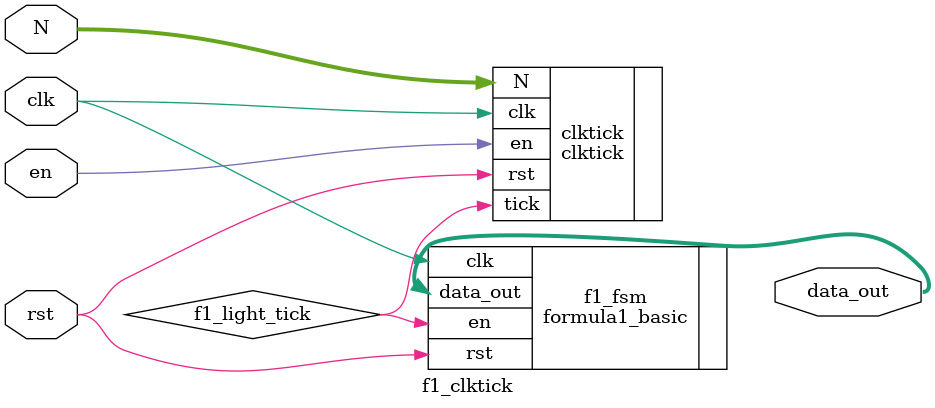
<source format=sv>
module f1_clktick (
    input  logic clk,
    input  logic en,  
    input  logic rst,
    input  logic [15:0] N,
    output logic [7:0] data_out
);

logic f1_light_tick; 

clktick clktick (
    .N(N),
    .en(en),
    .rst(rst),
    .clk(clk),
    .tick(f1_light_tick)
);

formula1_basic f1_fsm (
    .clk(clk),
    .en(f1_light_tick),
    .rst(rst),
    .data_out(data_out)
);

endmodule

</source>
